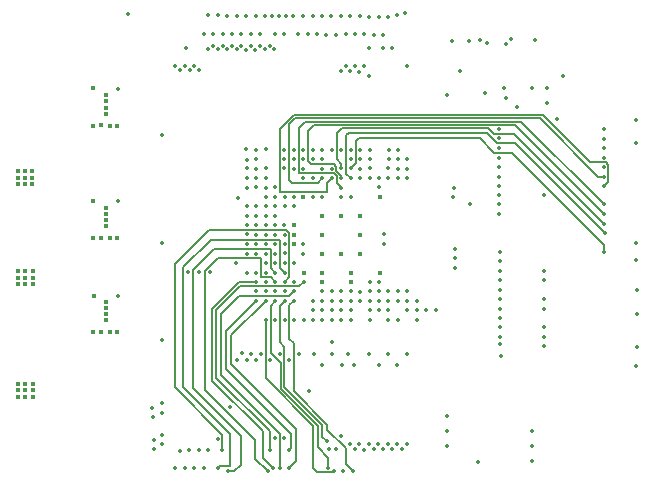
<source format=gbr>
%TF.GenerationSoftware,KiCad,Pcbnew,8.0.1*%
%TF.CreationDate,2024-12-16T22:11:08-05:00*%
%TF.ProjectId,cm,636d2e6b-6963-4616-945f-706362585858,rev?*%
%TF.SameCoordinates,Original*%
%TF.FileFunction,Copper,L6,Inr*%
%TF.FilePolarity,Positive*%
%FSLAX46Y46*%
G04 Gerber Fmt 4.6, Leading zero omitted, Abs format (unit mm)*
G04 Created by KiCad (PCBNEW 8.0.1) date 2024-12-16 22:11:08*
%MOMM*%
%LPD*%
G01*
G04 APERTURE LIST*
%TA.AperFunction,ViaPad*%
%ADD10C,0.350000*%
%TD*%
%TA.AperFunction,ViaPad*%
%ADD11C,0.403200*%
%TD*%
%TA.AperFunction,Conductor*%
%ADD12C,0.152400*%
%TD*%
G04 APERTURE END LIST*
D10*
%TO.N,GND*%
X128600000Y-75460600D03*
D11*
X100165258Y-78994000D03*
X99187000Y-84912200D03*
D10*
X111861600Y-60147200D03*
D11*
X99187000Y-85928200D03*
X99212400Y-76403200D03*
X99181942Y-67919600D03*
D10*
X111480600Y-61696600D03*
D11*
X99161600Y-77978000D03*
X98125258Y-78994000D03*
D10*
X144195800Y-85394800D03*
X132588000Y-87960200D03*
X115900000Y-73100000D03*
X129958900Y-62280800D03*
D11*
X98795258Y-86929845D03*
D10*
X131495800Y-62458600D03*
X110261400Y-60147200D03*
D11*
X98795258Y-78984000D03*
X99207342Y-66827400D03*
X100160200Y-69443600D03*
D10*
X115900000Y-80300000D03*
X112728000Y-71450000D03*
X123875800Y-60121800D03*
D11*
X99545258Y-86939845D03*
X100165258Y-86939845D03*
D10*
X116700000Y-72300000D03*
X132562600Y-83337400D03*
X115100000Y-75500000D03*
D11*
X98120200Y-69443600D03*
X99540200Y-69443600D03*
D10*
X122300000Y-84300000D03*
X117500400Y-85877400D03*
D11*
X99187000Y-85420200D03*
D10*
X123150000Y-72288400D03*
X124700000Y-84300000D03*
D11*
X98790200Y-69433600D03*
X98125258Y-86939845D03*
X99187000Y-76936600D03*
D10*
X111074200Y-60147200D03*
X115900000Y-73900000D03*
D11*
X99181942Y-67386200D03*
D10*
X115150000Y-81100000D03*
D11*
X99187000Y-84404200D03*
D10*
X115900000Y-79450000D03*
D11*
X99545258Y-78994000D03*
D10*
X115900000Y-72300000D03*
X119913400Y-85902800D03*
D11*
X99161600Y-68453000D03*
X99187000Y-77470000D03*
D10*
X109880400Y-61696600D03*
X144100000Y-80850000D03*
X128618261Y-74704200D03*
X110667800Y-61696600D03*
X113512600Y-83464400D03*
X144068800Y-70916800D03*
%TO.N,+5V*%
X101027200Y-59994800D03*
%TO.N,/Power/3V3_PG*%
X103962200Y-70231000D03*
D11*
X98196400Y-83845400D03*
D10*
%TO.N,/Power/2V5_PG*%
X103971600Y-79425800D03*
D11*
X98120200Y-75869800D03*
%TO.N,/Power/1V1_PG*%
X98094800Y-66294000D03*
D10*
X103971600Y-87579200D03*
D11*
%TO.N,+3V3*%
X119938800Y-81915000D03*
X91770200Y-92430600D03*
D10*
X130657600Y-97891600D03*
X119126000Y-75488800D03*
D11*
X91770200Y-91313000D03*
X92379800Y-91313000D03*
D10*
X133959600Y-67868800D03*
X144094200Y-89763600D03*
X107873800Y-60121800D03*
X132562600Y-80949800D03*
D11*
X92379800Y-91871800D03*
D10*
X119930000Y-75480000D03*
X133100000Y-62550000D03*
X144068800Y-79349600D03*
D11*
X117525800Y-81889600D03*
D10*
X117525800Y-75488800D03*
D11*
X117525800Y-82677000D03*
X91770200Y-91871800D03*
D10*
X122761000Y-78638400D03*
D11*
X115138200Y-78689200D03*
X115138200Y-79502000D03*
D10*
X116738400Y-75488800D03*
X144119600Y-88163400D03*
X135559800Y-62227200D03*
X109070000Y-61694200D03*
X107470000Y-61673800D03*
D11*
X92989400Y-91871800D03*
D10*
X109702600Y-93268800D03*
X108661200Y-60121800D03*
X128485700Y-62280800D03*
X144068800Y-68935600D03*
X132588000Y-85750400D03*
D11*
X92989400Y-91313000D03*
X119938800Y-82677000D03*
D10*
X129159000Y-64795400D03*
X109474000Y-60147200D03*
D11*
X92989400Y-92430600D03*
X92379800Y-92430600D03*
D10*
X108270000Y-61686400D03*
X144170400Y-83337400D03*
D11*
X115138200Y-77901800D03*
D10*
X122761000Y-79451200D03*
%TO.N,/Power/3V3_EN*%
X107086400Y-81864200D03*
X100228400Y-83845400D03*
%TO.N,/Power/2V5_EN*%
X106121200Y-81864200D03*
X100228400Y-75869800D03*
%TO.N,/Power/1V1_EN*%
X100228400Y-66344800D03*
X108026200Y-81864200D03*
%TO.N,ECP5_PRGMN_BTN*%
X126314200Y-85090000D03*
X130898700Y-62179200D03*
%TO.N,ECP5_INITN*%
X132918200Y-66268600D03*
X133070600Y-67147633D03*
X125526800Y-85090000D03*
%TO.N,Net-(D5-A)*%
X135280400Y-66227700D03*
%TO.N,Net-(D6-A)*%
X128051800Y-66852800D03*
%TO.N,IO_D1*%
X113919000Y-88773000D03*
%TO.N,IO_D2*%
X113512600Y-85877400D03*
%TO.N,IO_E6*%
X108650000Y-98450000D03*
X114350800Y-81920800D03*
%TO.N,IO_G1*%
X116840000Y-88773000D03*
%TO.N,IO_A3*%
X111099600Y-89281000D03*
%TO.N,IO_E2*%
X114325400Y-85902800D03*
%TO.N,IO_E8*%
X114325400Y-80264000D03*
X105467428Y-96967428D03*
%TO.N,IO_B3*%
X111912400Y-84302600D03*
X114650000Y-96950000D03*
%TO.N,IO_G5*%
X113050000Y-96950000D03*
X115925600Y-82702400D03*
%TO.N,IO_J1*%
X118338600Y-88773000D03*
%TO.N,IO_D6*%
X113538000Y-81889600D03*
X109550000Y-98724128D03*
%TO.N,IO_B4*%
X111912400Y-83489800D03*
X107050000Y-96950000D03*
%TO.N,IO_D5*%
X113512600Y-82677000D03*
X112895503Y-98702811D03*
%TO.N,IO_B1*%
X112318800Y-88773000D03*
%TO.N,IO_U1*%
X123870000Y-89700000D03*
%TO.N,IO_K1*%
X118350000Y-87750000D03*
%TO.N,IO_E1*%
X114706400Y-89306400D03*
%TO.N,IO_A4*%
X110718600Y-88722200D03*
%TO.N,IO_F2*%
X115112800Y-85902800D03*
%TO.N,IO_R1*%
X122270000Y-89700000D03*
%TO.N,IO_A2*%
X111506000Y-88773000D03*
%TO.N,/Hirose Connectors/IO_P1*%
X121500000Y-88800000D03*
%TO.N,IO_D8*%
X113538000Y-80289400D03*
X105050000Y-98450000D03*
%TO.N,IO_D7*%
X105850000Y-98450000D03*
X113538000Y-81076800D03*
%TO.N,IO_L1*%
X119150000Y-89700000D03*
%TO.N,IO_A5*%
X110312200Y-89281000D03*
%TO.N,IO_C5*%
X112725200Y-82677000D03*
X106250000Y-96950000D03*
%TO.N,IO_V1*%
X124650000Y-88800000D03*
%TO.N,IO_B5*%
X111937800Y-82677000D03*
X113300000Y-98450000D03*
%TO.N,IO_B2*%
X111887000Y-89306400D03*
%TO.N,IO_E5*%
X114325400Y-82677000D03*
X109050000Y-96950000D03*
%TO.N,IO_N1*%
X120221800Y-89700000D03*
%TO.N,IO_F1*%
X115519200Y-88773000D03*
%TO.N,IO_M1*%
X119650000Y-88800000D03*
%TO.N,IO_C4*%
X112725200Y-83489800D03*
X107500000Y-98450000D03*
%TO.N,IO_F4*%
X115112800Y-83489800D03*
X113950000Y-98450000D03*
X108661200Y-95950000D03*
%TO.N,IO_F5*%
X115138200Y-82677000D03*
X106650000Y-98450000D03*
%TO.N,IO_T1*%
X123100000Y-88800000D03*
%TO.N,IO_C3*%
X114650000Y-98450000D03*
X112725200Y-84277200D03*
%TO.N,IO_H1*%
X117525800Y-89700000D03*
%TO.N,IO_C1*%
X113106200Y-89306400D03*
%TO.N,IO_J20*%
X110258484Y-63003434D03*
%TO.N,ECP5_DONE*%
X127152400Y-85090000D03*
X131313552Y-66721352D03*
%TO.N,JTAG_TCK*%
X124485400Y-59944000D03*
X123926600Y-83489800D03*
%TO.N,JTAG_TDI*%
X137355450Y-68874900D03*
X123113800Y-83489800D03*
X137922000Y-65278000D03*
%TO.N,JTAG_TDO*%
X136550400Y-66227700D03*
X133477000Y-62150000D03*
X125526800Y-84302600D03*
X136550400Y-67513200D03*
%TO.N,JTAG_TMS*%
X124663200Y-64389000D03*
X124714000Y-83489800D03*
%TO.N,Net-(U9I-CFG_1)*%
X123926600Y-84302600D03*
%TO.N,/Flash + JTAG/FLASH_IO0*%
X128066800Y-94056200D03*
%TO.N,/Flash + JTAG/FLASH_IO1*%
X135305800Y-96596200D03*
X125526800Y-85877400D03*
%TO.N,/Flash + JTAG/FLASH_IO2*%
X135305800Y-95326200D03*
%TO.N,/Flash + JTAG/FLASH_IO3*%
X128066800Y-96596200D03*
%TO.N,/Flash + JTAG/FLASH_SCK*%
X124714000Y-85064600D03*
X128066800Y-95326200D03*
%TO.N,/Flash + JTAG/FLASH_CSN*%
X123113800Y-85877400D03*
X135280400Y-97866200D03*
%TO.N,/Flash + JTAG/WRITEN*%
X123113800Y-84277200D03*
%TO.N,/Flash + JTAG/CS1N*%
X123926600Y-85902800D03*
%TO.N,/Flash + JTAG/SN_CSN*%
X123113800Y-85090000D03*
%TO.N,SDRAM_A7*%
X116713000Y-73897000D03*
X132511800Y-72158600D03*
%TO.N,SDRAM_D11*%
X132588000Y-84150200D03*
X119126000Y-84277200D03*
%TO.N,SDRAM_CASN*%
X141376400Y-76911200D03*
X119126000Y-73888600D03*
%TO.N,SDRAM_D4*%
X136300000Y-84150200D03*
X119913400Y-72288400D03*
%TO.N,SDRAM_CSN*%
X121513600Y-73888600D03*
X136300000Y-75350000D03*
%TO.N,SDRAM_A11*%
X122326400Y-73888600D03*
X132511800Y-74574400D03*
%TO.N,SDRAM_D6*%
X120726200Y-73896200D03*
X136300000Y-81762600D03*
%TO.N,SDRAM_A2*%
X124714000Y-73101200D03*
X141325600Y-70561200D03*
%TO.N,SDRAM_A5*%
X123926600Y-73101200D03*
X132486400Y-70535800D03*
%TO.N,/Hirose Connectors/IO_E7*%
X113250000Y-60150000D03*
X114325400Y-81076800D03*
%TO.N,CLK_25MHZ*%
X116357400Y-91922600D03*
X115925600Y-85877400D03*
%TO.N,SDRAM_D14*%
X132588000Y-87350600D03*
X119913400Y-83464400D03*
%TO.N,SDRAM_DQM1*%
X117525800Y-84277200D03*
X130022600Y-76123800D03*
%TO.N,SDRAM_A6*%
X123926600Y-73888600D03*
X132486400Y-71348600D03*
%TO.N,SDRAM_D12*%
X132588000Y-84937600D03*
X119126000Y-83489800D03*
%TO.N,SDRAM_A1*%
X124714000Y-73888600D03*
X141325600Y-71374000D03*
%TO.N,SDRAM_A9*%
X132511800Y-73761600D03*
X118331200Y-73101200D03*
%TO.N,SDRAM_A4*%
X132461000Y-69773800D03*
X123926600Y-72288400D03*
%TO.N,SDRAM_D13*%
X132588000Y-86537800D03*
X119913400Y-84277200D03*
%TO.N,SDRAM_WEN*%
X141401800Y-77774800D03*
X119126000Y-73075800D03*
%TO.N,SDRAM_A0*%
X141325600Y-72161400D03*
X116713000Y-71500000D03*
%TO.N,SDRAM_D10*%
X132588000Y-82550000D03*
X118313200Y-83489800D03*
%TO.N,SDRAM_D1*%
X136300000Y-87325200D03*
X121513600Y-73075800D03*
%TO.N,SDRAM_D9*%
X118313200Y-84277200D03*
X132588000Y-81737200D03*
%TO.N,SDRAM_RASN*%
X141376400Y-76123800D03*
X119126000Y-74701400D03*
%TO.N,SDRAM_D8*%
X117525800Y-83464400D03*
X132562600Y-80162400D03*
%TO.N,SDRAM_D3*%
X120726200Y-72288400D03*
X136300000Y-84937600D03*
%TO.N,SDRAM_BA0*%
X141351000Y-74549000D03*
X118338600Y-73888600D03*
%TO.N,SDRAM_A10*%
X117525800Y-72313800D03*
X141325600Y-72948800D03*
%TO.N,SDRAM_D7*%
X141376400Y-80137000D03*
X119913400Y-73075800D03*
%TO.N,SDRAM_D15*%
X132613400Y-88950800D03*
X120726200Y-83515200D03*
%TO.N,SDRAM_CKE*%
X123113800Y-73075800D03*
X132511800Y-76123800D03*
%TO.N,SDRAM_D5*%
X120726200Y-73101200D03*
X136300000Y-82550000D03*
%TO.N,SDRAM_A8*%
X117525800Y-73101200D03*
X132511800Y-72974200D03*
%TO.N,SDRAM_DQM0*%
X119913400Y-73888600D03*
X141427200Y-78511400D03*
%TO.N,SDRAM_A12*%
X132511800Y-75361800D03*
X122326400Y-74676000D03*
%TO.N,SDRAM_BA1*%
X141351000Y-73761600D03*
X117525800Y-73888600D03*
%TO.N,SDRAM_CLK*%
X123113800Y-73888600D03*
X132511800Y-76962000D03*
%TO.N,SDRAM_A3*%
X124714000Y-72288400D03*
X141351000Y-69773800D03*
%TO.N,SDRAM_D2*%
X136300000Y-86537800D03*
X121513600Y-72288400D03*
%TO.N,SDRAM_D0*%
X120726200Y-84302600D03*
X136300000Y-88112600D03*
D11*
%TO.N,+1V1*%
X92354400Y-74422000D03*
X92964000Y-73863200D03*
X92354400Y-73863200D03*
X120726200Y-80314800D03*
X91744800Y-73863200D03*
X92964000Y-73304400D03*
X91744800Y-73304400D03*
X117500400Y-78689200D03*
X119126000Y-80314800D03*
X91744800Y-74422000D03*
X120726200Y-77063600D03*
X117525800Y-77063600D03*
X117500400Y-80289400D03*
X120726200Y-78689200D03*
X119126000Y-77063600D03*
X92964000Y-74422000D03*
X92354400Y-73304400D03*
%TO.N,+2V5*%
X115900200Y-75488800D03*
X92989400Y-81762600D03*
X92379800Y-82321400D03*
D10*
X128752600Y-80695800D03*
D11*
X91770200Y-82321400D03*
X91770200Y-81762600D03*
X92379800Y-82880200D03*
X92379800Y-81762600D03*
X92989400Y-82321400D03*
X115925600Y-81889600D03*
D10*
X128752600Y-81483200D03*
D11*
X91770200Y-82880200D03*
X122402600Y-75488800D03*
D10*
X128752600Y-79883000D03*
D11*
X92989400Y-82880200D03*
X122402600Y-81889600D03*
D10*
%TO.N,IO_C20*%
X107870000Y-63000000D03*
%TO.N,IO_G20*%
X109448600Y-62992000D03*
%TO.N,IO_L20*%
X111048800Y-63017400D03*
%TO.N,IO_E20*%
X108670710Y-63002593D03*
%TO.N,IO_H20*%
X109880400Y-62712600D03*
%TO.N,IO_K20*%
X110667800Y-62712600D03*
%TO.N,IO_M20*%
X111455200Y-62712600D03*
%TO.N,IO_D20*%
X108274372Y-62712600D03*
%TO.N,IO_F20*%
X109063943Y-62709918D03*
%TO.N,IO_B20*%
X105971800Y-62850000D03*
%TO.N,IO_P20*%
X112252110Y-62676607D03*
%TO.N,IO_T20*%
X113055400Y-62687200D03*
%TO.N,IO_R20*%
X112649000Y-62941200D03*
%TO.N,IO_U20*%
X113461800Y-62966600D03*
%TO.N,IO_N20*%
X111840602Y-63012998D03*
%TO.N,IO_N19*%
X120726200Y-71501000D03*
X115070000Y-60147200D03*
%TO.N,IO_A19*%
X111074200Y-71450200D03*
X105079800Y-64439800D03*
%TO.N,IO_L19*%
X119126000Y-71526400D03*
X113487200Y-61661300D03*
%TO.N,IO_T19*%
X115874800Y-60147200D03*
X123139200Y-71501000D03*
%TO.N,IO_M19*%
X119938800Y-71501000D03*
X114274600Y-61671200D03*
%TO.N,IO_B19*%
X105486200Y-64719200D03*
X111912400Y-71475600D03*
%TO.N,IO_K19*%
X112674400Y-60147200D03*
X118313200Y-71501000D03*
%TO.N,IO_J19*%
X112268000Y-61696600D03*
X117525800Y-71501000D03*
%TO.N,IO_P19*%
X121513600Y-71501000D03*
X115466630Y-61678363D03*
%TO.N,IO_U19*%
X123926600Y-71501000D03*
X116281200Y-61671200D03*
%TO.N,IO_A18*%
X111099600Y-72339200D03*
%TO.N,IO_A13*%
X111119572Y-76289572D03*
%TO.N,IO_A16*%
X111099600Y-73914000D03*
%TO.N,IO_A17*%
X111099600Y-73075800D03*
%TO.N,IO_A15*%
X111099600Y-74701400D03*
%TO.N,IO_A14*%
X110337600Y-75539600D03*
%TO.N,IO_A11*%
X111099600Y-77876400D03*
%TO.N,IO_A12*%
X111099600Y-77089000D03*
%TO.N,IO_B18*%
X120675400Y-60198000D03*
X111912400Y-72288400D03*
%TO.N,IO_B16*%
X119862600Y-60172600D03*
X111912400Y-73888600D03*
%TO.N,IO_B15*%
X119481600Y-61722000D03*
X111912400Y-74676000D03*
%TO.N,IO_B11*%
X111912400Y-77901800D03*
X118262400Y-60147200D03*
%TO.N,IO_B17*%
X111912400Y-73101200D03*
X120269000Y-61722000D03*
%TO.N,IO_B13*%
X119075200Y-60147200D03*
X111912400Y-76276200D03*
%TO.N,IO_B12*%
X118668800Y-61747400D03*
X111912400Y-77089000D03*
%TO.N,IO_A6*%
X111099600Y-81889600D03*
%TO.N,IO_A9*%
X111099600Y-79476600D03*
%TO.N,IO_A10*%
X111099600Y-78663800D03*
%TO.N,IO_A8*%
X111099600Y-80289400D03*
%TO.N,IO_A7*%
X110210600Y-81051400D03*
%TO.N,IO_B6*%
X116687600Y-60147200D03*
X111912400Y-81889600D03*
%TO.N,IO_B9*%
X117475000Y-60147200D03*
X111912400Y-79502000D03*
%TO.N,IO_B8*%
X111912400Y-80289400D03*
X117053100Y-61722000D03*
%TO.N,IO_B10*%
X117856000Y-61747400D03*
X111912400Y-78714600D03*
%TO.N,IO_C10*%
X112725200Y-78689200D03*
X124700000Y-96400000D03*
%TO.N,IO_C14*%
X122275600Y-60248800D03*
X112725200Y-75463400D03*
%TO.N,IO_C12*%
X123063000Y-60248800D03*
X112725200Y-77089000D03*
%TO.N,IO_C13*%
X122656600Y-61747400D03*
X112725200Y-76276200D03*
%TO.N,IO_C17*%
X112725200Y-73075800D03*
X121070000Y-61733800D03*
%TO.N,IO_C15*%
X121869200Y-61747400D03*
X112725200Y-74701400D03*
%TO.N,IO_C16*%
X112725200Y-73888600D03*
X121488200Y-60223400D03*
%TO.N,IO_D15*%
X106680000Y-64439800D03*
X113512600Y-74676000D03*
%TO.N,IO_D14*%
X107061000Y-64770000D03*
X113512600Y-75463400D03*
%TO.N,IO_D13*%
X106273600Y-64744600D03*
X113512600Y-76276200D03*
%TO.N,IO_D12*%
X113512600Y-77089000D03*
X105870857Y-64437118D03*
%TO.N,IO_D18*%
X119481600Y-64414400D03*
X114300000Y-72300000D03*
%TO.N,IO_D19*%
X114300000Y-71500000D03*
X119862600Y-64846200D03*
%TO.N,IO_F19*%
X121462800Y-65227200D03*
X115900200Y-71475600D03*
%TO.N,IO_F17*%
X121056400Y-64414400D03*
X115138200Y-73101200D03*
%TO.N,IO_E17*%
X119062500Y-64820800D03*
X114300000Y-73075800D03*
%TO.N,IO_E18*%
X120269000Y-64414400D03*
X115112800Y-72313800D03*
%TO.N,IO_E19*%
X115112800Y-71501000D03*
X120650000Y-64871600D03*
%TO.N,IO_D9*%
X103936800Y-96412800D03*
X113538000Y-79476600D03*
%TO.N,IO_E15*%
X114325400Y-75488800D03*
X103149400Y-94157800D03*
%TO.N,IO_E9*%
X103911400Y-92938600D03*
X114325400Y-79476600D03*
%TO.N,IO_D10*%
X103936800Y-95656400D03*
X113512600Y-78689200D03*
%TO.N,IO_E11*%
X103225600Y-96034600D03*
X114300000Y-77876400D03*
%TO.N,IO_E4*%
X114325400Y-83489800D03*
X107850000Y-96950000D03*
%TO.N,IO_E10*%
X103225600Y-96850200D03*
X114325400Y-78689200D03*
%TO.N,IO_E13*%
X103936800Y-93751400D03*
X115087400Y-76276200D03*
%TO.N,IO_E14*%
X103124000Y-93319600D03*
X114325400Y-76276200D03*
%TO.N,/Hirose Connectors/IO_N3*%
X122650000Y-96850000D03*
X121539000Y-85090000D03*
%TO.N,/Hirose Connectors/IO_N2*%
X123450000Y-96850000D03*
X121539000Y-85902800D03*
%TO.N,/Hirose Connectors/IO_P2*%
X122326400Y-85090000D03*
X123400000Y-62900000D03*
%TO.N,/Hirose Connectors/IO_N5*%
X121539000Y-82702400D03*
X113850000Y-60150000D03*
%TO.N,/Hirose Connectors/IO_P5*%
X114439700Y-60134500D03*
X122326400Y-82702400D03*
%TO.N,/Hirose Connectors/IO_P4*%
X122326400Y-83489800D03*
X122656600Y-62890400D03*
%TO.N,/Hirose Connectors/IO_N4*%
X121539000Y-83489800D03*
X121503700Y-62900000D03*
%TO.N,/Hirose Connectors/IO_P3*%
X121528200Y-84300000D03*
X124300000Y-96850000D03*
%TO.N,/Hirose Connectors/IO_K3*%
X119300000Y-98724128D03*
X118338600Y-85064600D03*
%TO.N,/Hirose Connectors/IO_C2*%
X118500000Y-98724128D03*
X112725200Y-85902800D03*
%TO.N,/Hirose Connectors/IO_F3*%
X115112800Y-84277200D03*
X120100000Y-98724128D03*
%TO.N,/Hirose Connectors/IO_J3*%
X117500400Y-85090000D03*
X118650000Y-96850000D03*
%TO.N,/Hirose Connectors/IO_C8*%
X122250000Y-96400000D03*
X112725200Y-80289400D03*
%TO.N,/Hirose Connectors/IO_L2*%
X120250000Y-96850000D03*
X119126000Y-85902800D03*
%TO.N,/Hirose Connectors/IO_K2*%
X119067428Y-95732572D03*
X118338600Y-85902800D03*
%TO.N,/Hirose Connectors/IO_M3*%
X121850000Y-96850000D03*
X119913400Y-85064600D03*
%TO.N,/Hirose Connectors/IO_D11*%
X113512600Y-77876400D03*
X123850000Y-96400000D03*
%TO.N,/Hirose Connectors/IO_C11*%
X112725200Y-77876400D03*
X119850000Y-96400000D03*
%TO.N,/Hirose Connectors/IO_E3*%
X117878200Y-96150000D03*
X114325400Y-84277200D03*
%TO.N,/Hirose Connectors/IO_C6*%
X112725200Y-81889600D03*
X120650000Y-96400000D03*
%TO.N,/Hirose Connectors/IO_L3*%
X121050000Y-96900000D03*
X119126000Y-85090000D03*
%TO.N,/Hirose Connectors/IO_D3*%
X113512600Y-84302600D03*
X118000000Y-98400000D03*
%TO.N,/Hirose Connectors/IO_H2*%
X116713000Y-85902800D03*
X118100000Y-96850000D03*
%TO.N,/Hirose Connectors/IO_C9*%
X123050000Y-96400000D03*
X112725200Y-79476600D03*
%TO.N,/Hirose Connectors/IO_C7*%
X112725200Y-81076800D03*
X121450000Y-96400000D03*
%TO.N,/Hirose Connectors/IO_H3*%
X116750000Y-85100000D03*
X114300000Y-95900000D03*
%TO.N,/Hirose Connectors/IO_G3*%
X116750000Y-84300000D03*
X113500000Y-95900000D03*
%TD*%
D12*
%TO.N,IO_E6*%
X113944400Y-79095600D02*
X113944400Y-81508600D01*
X113947200Y-79092800D02*
X113944400Y-79095600D01*
X108650000Y-98450000D02*
X108800000Y-98300000D01*
X108054400Y-79092800D02*
X113947200Y-79092800D01*
X114350800Y-81915000D02*
X114350800Y-81920800D01*
X109700000Y-98300000D02*
X109700000Y-95552200D01*
X105714800Y-91567000D02*
X105714800Y-81432400D01*
X108800000Y-98300000D02*
X109700000Y-98300000D01*
X109700000Y-95552200D02*
X105714800Y-91567000D01*
X105714800Y-81432400D02*
X108054400Y-79092800D01*
X113944400Y-81508600D02*
X114350800Y-81915000D01*
%TO.N,IO_B3*%
X109372400Y-86842600D02*
X109372400Y-90093800D01*
X114850000Y-95571400D02*
X114850000Y-96750000D01*
X114850000Y-96750000D02*
X114650000Y-96950000D01*
X109372400Y-90093800D02*
X114850000Y-95571400D01*
X111912400Y-84302600D02*
X109372400Y-86842600D01*
%TO.N,IO_G5*%
X113050000Y-95346200D02*
X113050000Y-96950000D01*
X115572800Y-83055200D02*
X110543600Y-83055200D01*
X110543600Y-83055200D02*
X108534200Y-85064600D01*
X115925600Y-82702400D02*
X115572800Y-83055200D01*
X108534200Y-85064600D02*
X108534200Y-90830400D01*
X108534200Y-90830400D02*
X113050000Y-95346200D01*
%TO.N,IO_D6*%
X108381800Y-79883000D02*
X113131600Y-79883000D01*
X106603800Y-91694000D02*
X106603800Y-81661000D01*
X110075872Y-98724128D02*
X110650000Y-98150000D01*
X109550000Y-98724128D02*
X110075872Y-98724128D01*
X106603800Y-81661000D02*
X108381800Y-79883000D01*
X113131600Y-81483200D02*
X113538000Y-81889600D01*
X110650000Y-98150000D02*
X110650000Y-95740200D01*
X110650000Y-95740200D02*
X106603800Y-91694000D01*
X113131600Y-79883000D02*
X113131600Y-81483200D01*
%TO.N,IO_D5*%
X111850000Y-97657308D02*
X111850000Y-96102000D01*
X107594400Y-91846400D02*
X107594400Y-81759800D01*
X107594400Y-81759800D02*
X108683800Y-80670400D01*
X113131600Y-82296000D02*
X113512600Y-82677000D01*
X112895503Y-98702811D02*
X111850000Y-97657308D01*
X112318800Y-80670400D02*
X112318800Y-82296000D01*
X112318800Y-82296000D02*
X113131600Y-82296000D01*
X111850000Y-96102000D02*
X107594400Y-91846400D01*
X108683800Y-80670400D02*
X112318800Y-80670400D01*
%TO.N,IO_B5*%
X108204000Y-91084400D02*
X108204000Y-84963000D01*
X110490000Y-82677000D02*
X111937800Y-82677000D01*
X112450000Y-97600000D02*
X112450000Y-95330400D01*
X108204000Y-84963000D02*
X110490000Y-82677000D01*
X113300000Y-98450000D02*
X112450000Y-97600000D01*
X112450000Y-95330400D02*
X108204000Y-91084400D01*
%TO.N,IO_E5*%
X114729000Y-82273400D02*
X114729000Y-78557944D01*
X114453856Y-78282800D02*
X107924600Y-78282800D01*
X114325400Y-82677000D02*
X114729000Y-82273400D01*
X114729000Y-78557944D02*
X114453856Y-78282800D01*
X105003600Y-81203800D02*
X105003600Y-91617800D01*
X105003600Y-91617800D02*
X109050000Y-95664200D01*
X107924600Y-78282800D02*
X105003600Y-81203800D01*
X109050000Y-95664200D02*
X109050000Y-96950000D01*
%TO.N,IO_F4*%
X113950000Y-98450000D02*
X113900000Y-98400000D01*
X114706400Y-83896200D02*
X115112800Y-83489800D01*
X108966000Y-85420200D02*
X110490000Y-83896200D01*
X110490000Y-83896200D02*
X114706400Y-83896200D01*
X113900000Y-95535800D02*
X108966000Y-90601800D01*
X113900000Y-98400000D02*
X113900000Y-95535800D01*
X108966000Y-90601800D02*
X108966000Y-85420200D01*
%TO.N,IO_C3*%
X114650000Y-98450000D02*
X115250000Y-97850000D01*
X109804200Y-89662000D02*
X109804200Y-87198200D01*
X115250000Y-95107800D02*
X109804200Y-89662000D01*
X115250000Y-97850000D02*
X115250000Y-95107800D01*
X109804200Y-87198200D02*
X112725200Y-84277200D01*
%TO.N,SDRAM_CASN*%
X116306600Y-72440800D02*
X116586000Y-72720200D01*
X116586000Y-72720200D02*
X118485056Y-72720200D01*
X116789200Y-69392800D02*
X116306600Y-69875400D01*
X116306600Y-69875400D02*
X116306600Y-72440800D01*
X133858000Y-69392800D02*
X116789200Y-69392800D01*
X118709400Y-73294200D02*
X119126000Y-73710800D01*
X118485056Y-72720200D02*
X118709400Y-72944544D01*
X141376400Y-76911200D02*
X133858000Y-69392800D01*
X118709400Y-72944544D02*
X118709400Y-73294200D01*
X119126000Y-73710800D02*
X119126000Y-73888600D01*
%TO.N,SDRAM_WEN*%
X119126000Y-73075800D02*
X119126000Y-72669400D01*
X119126000Y-72669400D02*
X118719600Y-72263000D01*
X118719600Y-72263000D02*
X118719600Y-70104000D01*
X131572000Y-69672200D02*
X132051800Y-70152000D01*
X133779000Y-70152000D02*
X141401800Y-77774800D01*
X132051800Y-70152000D02*
X133779000Y-70152000D01*
X118719600Y-70104000D02*
X119151400Y-69672200D01*
X119151400Y-69672200D02*
X131572000Y-69672200D01*
%TO.N,SDRAM_RASN*%
X116078000Y-69113400D02*
X134366000Y-69113400D01*
X119126000Y-74676000D02*
X118716800Y-74266800D01*
X115519200Y-69672200D02*
X116078000Y-69113400D01*
X118716800Y-73731944D02*
X118464256Y-73479400D01*
X118716800Y-74266800D02*
X118716800Y-73731944D01*
X118464256Y-73479400D02*
X115519200Y-73479400D01*
X134366000Y-69113400D02*
X141376400Y-76123800D01*
X115519200Y-73479400D02*
X115519200Y-69672200D01*
%TO.N,SDRAM_BA0*%
X115716526Y-75100000D02*
X113900000Y-75100000D01*
X115073269Y-68554600D02*
X136183532Y-68554600D01*
X113900000Y-75100000D02*
X113900000Y-69727869D01*
X115732526Y-75084000D02*
X115716526Y-75100000D01*
X117950000Y-75100000D02*
X116083874Y-75100000D01*
X118338600Y-73888600D02*
X117950000Y-74277200D01*
X116083874Y-75100000D02*
X116067874Y-75084000D01*
X141503400Y-72542400D02*
X141729200Y-72768200D01*
X113900000Y-69727869D02*
X115073269Y-68554600D01*
X140171332Y-72542400D02*
X141503400Y-72542400D01*
X141729200Y-72768200D02*
X141729200Y-74196200D01*
X136183532Y-68554600D02*
X140171332Y-72542400D01*
X117950000Y-74277200D02*
X117950000Y-75100000D01*
X141729200Y-74196200D02*
X141376400Y-74549000D01*
X116067874Y-75084000D02*
X115732526Y-75084000D01*
%TO.N,SDRAM_D7*%
X130835400Y-70510400D02*
X120599200Y-70510400D01*
X141376400Y-80137000D02*
X141376400Y-79526400D01*
X141376400Y-79526400D02*
X133605000Y-71755000D01*
X120599200Y-70510400D02*
X120348000Y-70761600D01*
X132080000Y-71755000D02*
X130835400Y-70510400D01*
X120348000Y-72641200D02*
X119913400Y-73075800D01*
X120348000Y-70761600D02*
X120348000Y-72641200D01*
X133605000Y-71755000D02*
X132080000Y-71755000D01*
%TO.N,SDRAM_DQM0*%
X132329744Y-70914000D02*
X131468944Y-70053200D01*
X131468944Y-70053200D02*
X119735600Y-70053200D01*
X141427200Y-78511400D02*
X133829800Y-70914000D01*
X119735600Y-70053200D02*
X119532400Y-70256400D01*
X133829800Y-70914000D02*
X132329744Y-70914000D01*
X119532400Y-73507600D02*
X119913400Y-73888600D01*
X119532400Y-70256400D02*
X119532400Y-73507600D01*
%TO.N,SDRAM_BA1*%
X117525800Y-73914000D02*
X117139800Y-74300000D01*
X114706400Y-74066400D02*
X114706400Y-69316600D01*
X117139800Y-74300000D02*
X114940000Y-74300000D01*
X114706400Y-69316600D02*
X115189000Y-68834000D01*
X135915400Y-68834000D02*
X140843000Y-73761600D01*
X140843000Y-73761600D02*
X141351000Y-73761600D01*
X114940000Y-74300000D02*
X114706400Y-74066400D01*
X115189000Y-68834000D02*
X135915400Y-68834000D01*
%TO.N,/Hirose Connectors/IO_C2*%
X118500000Y-98724128D02*
X118424128Y-98800000D01*
X116750000Y-98450000D02*
X116750000Y-94855200D01*
X117100000Y-98800000D02*
X116750000Y-98450000D01*
X118424128Y-98800000D02*
X117100000Y-98800000D01*
X112725200Y-90830400D02*
X112725200Y-85902800D01*
X116750000Y-94855200D02*
X112725200Y-90830400D01*
%TO.N,/Hirose Connectors/IO_F3*%
X115084600Y-87884600D02*
X114706400Y-87506400D01*
X119500000Y-96750000D02*
X117950000Y-95200000D01*
X117950000Y-94800000D02*
X115084600Y-91934600D01*
X114706400Y-84658200D02*
X115087400Y-84277200D01*
X119500000Y-98124128D02*
X119500000Y-96750000D01*
X115084600Y-91934600D02*
X115084600Y-87884600D01*
X115087400Y-84277200D02*
X115112800Y-84277200D01*
X117950000Y-95200000D02*
X117950000Y-94800000D01*
X120100000Y-98724128D02*
X119500000Y-98124128D01*
X114706400Y-87506400D02*
X114706400Y-84658200D01*
%TO.N,/Hirose Connectors/IO_E3*%
X114300000Y-91614936D02*
X114300000Y-88163400D01*
X113919000Y-84683600D02*
X114325400Y-84277200D01*
X117878200Y-96150000D02*
X117500000Y-95771800D01*
X113919000Y-87782400D02*
X113919000Y-84683600D01*
X117500000Y-94814936D02*
X114300000Y-91614936D01*
X114300000Y-88163400D02*
X113919000Y-87782400D01*
X117500000Y-95771800D02*
X117500000Y-94814936D01*
%TO.N,/Hirose Connectors/IO_D3*%
X114020600Y-91730668D02*
X114020600Y-89560400D01*
X117150000Y-96700000D02*
X117150000Y-94860068D01*
X118000000Y-98400000D02*
X118000000Y-97550000D01*
X113131600Y-88671400D02*
X113131600Y-84683600D01*
X118000000Y-97550000D02*
X117150000Y-96700000D01*
X113131600Y-84683600D02*
X113512600Y-84302600D01*
X114020600Y-89560400D02*
X113131600Y-88671400D01*
X117150000Y-94860068D02*
X114020600Y-91730668D01*
%TD*%
M02*

</source>
